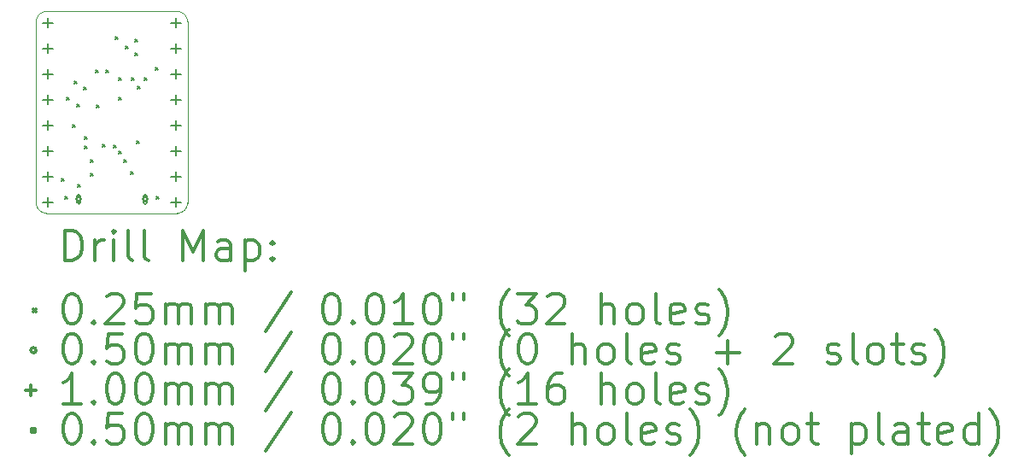
<source format=gbr>
%FSLAX45Y45*%
G04 Gerber Fmt 4.5, Leading zero omitted, Abs format (unit mm)*
G04 Created by KiCad (PCBNEW 5.99.0-unknown-c3175b4~86~ubuntu16.04.1) date 2020-03-23 02:21:19*
%MOMM*%
%LPD*%
G04 APERTURE LIST*
%ADD10C,0.050000*%
%ADD11C,0.200000*%
%ADD12C,0.300000*%
G04 APERTURE END LIST*
D10*
X15750000Y-10900000D02*
G75*
G02X15650000Y-11000000I-100000J0D01*
G01*
X14350000Y-11000000D02*
G75*
G02X14250000Y-10900000I0J100000D01*
G01*
X14250000Y-9100000D02*
G75*
G02X14350000Y-9000000I100000J0D01*
G01*
X15650000Y-9000000D02*
G75*
G02X15750000Y-9100000I0J-100000D01*
G01*
X14350000Y-11000000D02*
X15650000Y-11000000D01*
X14250000Y-9100000D02*
X14250000Y-10900000D01*
X15650000Y-9000000D02*
X14350000Y-9000000D01*
X15750000Y-10900000D02*
X15750000Y-9100000D01*
D11*
X14497300Y-10657300D02*
X14522700Y-10682700D01*
X14522700Y-10657300D02*
X14497300Y-10682700D01*
X14537300Y-10837300D02*
X14562700Y-10862700D01*
X14562700Y-10837300D02*
X14537300Y-10862700D01*
X14547300Y-9847300D02*
X14572700Y-9872700D01*
X14572700Y-9847300D02*
X14547300Y-9872700D01*
X14610201Y-10125481D02*
X14635601Y-10150881D01*
X14635601Y-10125481D02*
X14610201Y-10150881D01*
X14627300Y-9687300D02*
X14652700Y-9712700D01*
X14652700Y-9687300D02*
X14627300Y-9712700D01*
X14651801Y-9917300D02*
X14677201Y-9942700D01*
X14677201Y-9917300D02*
X14651801Y-9942700D01*
X14657300Y-10717300D02*
X14682700Y-10742700D01*
X14682700Y-10717300D02*
X14657300Y-10742700D01*
X14717300Y-9747300D02*
X14742700Y-9772700D01*
X14742700Y-9747300D02*
X14717300Y-9772700D01*
X14727300Y-10237300D02*
X14752700Y-10262700D01*
X14752700Y-10237300D02*
X14727300Y-10262700D01*
X14727300Y-10337300D02*
X14752700Y-10362700D01*
X14752700Y-10337300D02*
X14727300Y-10362700D01*
X14787300Y-10467300D02*
X14812700Y-10492700D01*
X14812700Y-10467300D02*
X14787300Y-10492700D01*
X14787300Y-10607300D02*
X14812700Y-10632700D01*
X14812700Y-10607300D02*
X14787300Y-10632700D01*
X14837300Y-9577300D02*
X14862700Y-9602700D01*
X14862700Y-9577300D02*
X14837300Y-9602700D01*
X14847300Y-9927300D02*
X14872700Y-9952700D01*
X14872700Y-9927300D02*
X14847300Y-9952700D01*
X14907300Y-10317300D02*
X14932700Y-10342700D01*
X14932700Y-10317300D02*
X14907300Y-10342700D01*
X14937300Y-9577300D02*
X14962700Y-9602700D01*
X14962700Y-9577300D02*
X14937300Y-9602700D01*
X15017300Y-10327300D02*
X15042700Y-10352700D01*
X15042700Y-10327300D02*
X15017300Y-10352700D01*
X15037300Y-9253221D02*
X15062700Y-9278621D01*
X15062700Y-9253221D02*
X15037300Y-9278621D01*
X15066899Y-9657300D02*
X15092299Y-9682700D01*
X15092299Y-9657300D02*
X15066899Y-9682700D01*
X15067300Y-9847300D02*
X15092700Y-9872700D01*
X15092700Y-9847300D02*
X15067300Y-9872700D01*
X15067300Y-10387300D02*
X15092700Y-10412700D01*
X15092700Y-10387300D02*
X15067300Y-10412700D01*
X15117300Y-10467300D02*
X15142700Y-10492700D01*
X15142700Y-10467300D02*
X15117300Y-10492700D01*
X15137300Y-9347300D02*
X15162700Y-9372700D01*
X15162700Y-9347300D02*
X15137300Y-9372700D01*
X15187300Y-10587300D02*
X15212700Y-10612700D01*
X15212700Y-10587300D02*
X15187300Y-10612700D01*
X15197300Y-9657300D02*
X15222700Y-9682700D01*
X15222700Y-9657300D02*
X15197300Y-9682700D01*
X15227300Y-9277300D02*
X15252700Y-9302700D01*
X15252700Y-9277300D02*
X15227300Y-9302700D01*
X15227300Y-9407300D02*
X15252700Y-9432700D01*
X15252700Y-9407300D02*
X15227300Y-9432700D01*
X15247300Y-10287300D02*
X15272700Y-10312700D01*
X15272700Y-10287300D02*
X15247300Y-10312700D01*
X15254572Y-9744572D02*
X15279972Y-9769972D01*
X15279972Y-9744572D02*
X15254572Y-9769972D01*
X15317300Y-9657300D02*
X15342700Y-9682700D01*
X15342700Y-9657300D02*
X15317300Y-9682700D01*
X15427300Y-9557300D02*
X15452700Y-9582700D01*
X15452700Y-9557300D02*
X15427300Y-9582700D01*
X15437300Y-10837300D02*
X15462700Y-10862700D01*
X15462700Y-10837300D02*
X15437300Y-10862700D01*
X14695000Y-10860000D02*
G75*
G03X14695000Y-10860000I-25000J0D01*
G01*
X14655000Y-10825000D02*
X14655000Y-10895000D01*
X14685000Y-10825000D02*
X14685000Y-10895000D01*
X14655000Y-10895000D02*
G75*
G03X14685000Y-10895000I15000J0D01*
G01*
X14685000Y-10825000D02*
G75*
G03X14655000Y-10825000I-15000J0D01*
G01*
X15355000Y-10860000D02*
G75*
G03X15355000Y-10860000I-25000J0D01*
G01*
X15315000Y-10825000D02*
X15315000Y-10895000D01*
X15345000Y-10825000D02*
X15345000Y-10895000D01*
X15315000Y-10895000D02*
G75*
G03X15345000Y-10895000I15000J0D01*
G01*
X15345000Y-10825000D02*
G75*
G03X15315000Y-10825000I-15000J0D01*
G01*
X14365000Y-9061000D02*
X14365000Y-9161000D01*
X14315000Y-9111000D02*
X14415000Y-9111000D01*
X14365000Y-9315000D02*
X14365000Y-9415000D01*
X14315000Y-9365000D02*
X14415000Y-9365000D01*
X14365000Y-9569000D02*
X14365000Y-9669000D01*
X14315000Y-9619000D02*
X14415000Y-9619000D01*
X14365000Y-9823000D02*
X14365000Y-9923000D01*
X14315000Y-9873000D02*
X14415000Y-9873000D01*
X14365000Y-10077000D02*
X14365000Y-10177000D01*
X14315000Y-10127000D02*
X14415000Y-10127000D01*
X14365000Y-10331000D02*
X14365000Y-10431000D01*
X14315000Y-10381000D02*
X14415000Y-10381000D01*
X14365000Y-10585000D02*
X14365000Y-10685000D01*
X14315000Y-10635000D02*
X14415000Y-10635000D01*
X14365000Y-10839000D02*
X14365000Y-10939000D01*
X14315000Y-10889000D02*
X14415000Y-10889000D01*
X15635000Y-9061000D02*
X15635000Y-9161000D01*
X15585000Y-9111000D02*
X15685000Y-9111000D01*
X15635000Y-9315000D02*
X15635000Y-9415000D01*
X15585000Y-9365000D02*
X15685000Y-9365000D01*
X15635000Y-9569000D02*
X15635000Y-9669000D01*
X15585000Y-9619000D02*
X15685000Y-9619000D01*
X15635000Y-9823000D02*
X15635000Y-9923000D01*
X15585000Y-9873000D02*
X15685000Y-9873000D01*
X15635000Y-10077000D02*
X15635000Y-10177000D01*
X15585000Y-10127000D02*
X15685000Y-10127000D01*
X15635000Y-10331000D02*
X15635000Y-10431000D01*
X15585000Y-10381000D02*
X15685000Y-10381000D01*
X15635000Y-10585000D02*
X15635000Y-10685000D01*
X15585000Y-10635000D02*
X15685000Y-10635000D01*
X15635000Y-10839000D02*
X15635000Y-10939000D01*
X15585000Y-10889000D02*
X15685000Y-10889000D01*
X14687678Y-10877678D02*
X14687678Y-10842322D01*
X14652322Y-10842322D01*
X14652322Y-10877678D01*
X14687678Y-10877678D01*
X15347678Y-10877678D02*
X15347678Y-10842322D01*
X15312322Y-10842322D01*
X15312322Y-10877678D01*
X15347678Y-10877678D01*
D12*
X14533928Y-11468214D02*
X14533928Y-11168214D01*
X14605357Y-11168214D01*
X14648214Y-11182500D01*
X14676786Y-11211071D01*
X14691071Y-11239643D01*
X14705357Y-11296786D01*
X14705357Y-11339643D01*
X14691071Y-11396786D01*
X14676786Y-11425357D01*
X14648214Y-11453929D01*
X14605357Y-11468214D01*
X14533928Y-11468214D01*
X14833928Y-11468214D02*
X14833928Y-11268214D01*
X14833928Y-11325357D02*
X14848214Y-11296786D01*
X14862500Y-11282500D01*
X14891071Y-11268214D01*
X14919643Y-11268214D01*
X15019643Y-11468214D02*
X15019643Y-11268214D01*
X15019643Y-11168214D02*
X15005357Y-11182500D01*
X15019643Y-11196786D01*
X15033928Y-11182500D01*
X15019643Y-11168214D01*
X15019643Y-11196786D01*
X15205357Y-11468214D02*
X15176786Y-11453929D01*
X15162500Y-11425357D01*
X15162500Y-11168214D01*
X15362500Y-11468214D02*
X15333928Y-11453929D01*
X15319643Y-11425357D01*
X15319643Y-11168214D01*
X15705357Y-11468214D02*
X15705357Y-11168214D01*
X15805357Y-11382500D01*
X15905357Y-11168214D01*
X15905357Y-11468214D01*
X16176786Y-11468214D02*
X16176786Y-11311071D01*
X16162500Y-11282500D01*
X16133928Y-11268214D01*
X16076786Y-11268214D01*
X16048214Y-11282500D01*
X16176786Y-11453929D02*
X16148214Y-11468214D01*
X16076786Y-11468214D01*
X16048214Y-11453929D01*
X16033928Y-11425357D01*
X16033928Y-11396786D01*
X16048214Y-11368214D01*
X16076786Y-11353929D01*
X16148214Y-11353929D01*
X16176786Y-11339643D01*
X16319643Y-11268214D02*
X16319643Y-11568214D01*
X16319643Y-11282500D02*
X16348214Y-11268214D01*
X16405357Y-11268214D01*
X16433928Y-11282500D01*
X16448214Y-11296786D01*
X16462500Y-11325357D01*
X16462500Y-11411071D01*
X16448214Y-11439643D01*
X16433928Y-11453929D01*
X16405357Y-11468214D01*
X16348214Y-11468214D01*
X16319643Y-11453929D01*
X16591071Y-11439643D02*
X16605357Y-11453929D01*
X16591071Y-11468214D01*
X16576786Y-11453929D01*
X16591071Y-11439643D01*
X16591071Y-11468214D01*
X16591071Y-11282500D02*
X16605357Y-11296786D01*
X16591071Y-11311071D01*
X16576786Y-11296786D01*
X16591071Y-11282500D01*
X16591071Y-11311071D01*
X14222100Y-11949800D02*
X14247500Y-11975200D01*
X14247500Y-11949800D02*
X14222100Y-11975200D01*
X14591071Y-11798214D02*
X14619643Y-11798214D01*
X14648214Y-11812500D01*
X14662500Y-11826786D01*
X14676786Y-11855357D01*
X14691071Y-11912500D01*
X14691071Y-11983929D01*
X14676786Y-12041071D01*
X14662500Y-12069643D01*
X14648214Y-12083929D01*
X14619643Y-12098214D01*
X14591071Y-12098214D01*
X14562500Y-12083929D01*
X14548214Y-12069643D01*
X14533928Y-12041071D01*
X14519643Y-11983929D01*
X14519643Y-11912500D01*
X14533928Y-11855357D01*
X14548214Y-11826786D01*
X14562500Y-11812500D01*
X14591071Y-11798214D01*
X14819643Y-12069643D02*
X14833928Y-12083929D01*
X14819643Y-12098214D01*
X14805357Y-12083929D01*
X14819643Y-12069643D01*
X14819643Y-12098214D01*
X14948214Y-11826786D02*
X14962500Y-11812500D01*
X14991071Y-11798214D01*
X15062500Y-11798214D01*
X15091071Y-11812500D01*
X15105357Y-11826786D01*
X15119643Y-11855357D01*
X15119643Y-11883929D01*
X15105357Y-11926786D01*
X14933928Y-12098214D01*
X15119643Y-12098214D01*
X15391071Y-11798214D02*
X15248214Y-11798214D01*
X15233928Y-11941071D01*
X15248214Y-11926786D01*
X15276786Y-11912500D01*
X15348214Y-11912500D01*
X15376786Y-11926786D01*
X15391071Y-11941071D01*
X15405357Y-11969643D01*
X15405357Y-12041071D01*
X15391071Y-12069643D01*
X15376786Y-12083929D01*
X15348214Y-12098214D01*
X15276786Y-12098214D01*
X15248214Y-12083929D01*
X15233928Y-12069643D01*
X15533928Y-12098214D02*
X15533928Y-11898214D01*
X15533928Y-11926786D02*
X15548214Y-11912500D01*
X15576786Y-11898214D01*
X15619643Y-11898214D01*
X15648214Y-11912500D01*
X15662500Y-11941071D01*
X15662500Y-12098214D01*
X15662500Y-11941071D02*
X15676786Y-11912500D01*
X15705357Y-11898214D01*
X15748214Y-11898214D01*
X15776786Y-11912500D01*
X15791071Y-11941071D01*
X15791071Y-12098214D01*
X15933928Y-12098214D02*
X15933928Y-11898214D01*
X15933928Y-11926786D02*
X15948214Y-11912500D01*
X15976786Y-11898214D01*
X16019643Y-11898214D01*
X16048214Y-11912500D01*
X16062500Y-11941071D01*
X16062500Y-12098214D01*
X16062500Y-11941071D02*
X16076786Y-11912500D01*
X16105357Y-11898214D01*
X16148214Y-11898214D01*
X16176786Y-11912500D01*
X16191071Y-11941071D01*
X16191071Y-12098214D01*
X16776786Y-11783929D02*
X16519643Y-12169643D01*
X17162500Y-11798214D02*
X17191071Y-11798214D01*
X17219643Y-11812500D01*
X17233928Y-11826786D01*
X17248214Y-11855357D01*
X17262500Y-11912500D01*
X17262500Y-11983929D01*
X17248214Y-12041071D01*
X17233928Y-12069643D01*
X17219643Y-12083929D01*
X17191071Y-12098214D01*
X17162500Y-12098214D01*
X17133928Y-12083929D01*
X17119643Y-12069643D01*
X17105357Y-12041071D01*
X17091071Y-11983929D01*
X17091071Y-11912500D01*
X17105357Y-11855357D01*
X17119643Y-11826786D01*
X17133928Y-11812500D01*
X17162500Y-11798214D01*
X17391071Y-12069643D02*
X17405357Y-12083929D01*
X17391071Y-12098214D01*
X17376786Y-12083929D01*
X17391071Y-12069643D01*
X17391071Y-12098214D01*
X17591071Y-11798214D02*
X17619643Y-11798214D01*
X17648214Y-11812500D01*
X17662500Y-11826786D01*
X17676786Y-11855357D01*
X17691071Y-11912500D01*
X17691071Y-11983929D01*
X17676786Y-12041071D01*
X17662500Y-12069643D01*
X17648214Y-12083929D01*
X17619643Y-12098214D01*
X17591071Y-12098214D01*
X17562500Y-12083929D01*
X17548214Y-12069643D01*
X17533928Y-12041071D01*
X17519643Y-11983929D01*
X17519643Y-11912500D01*
X17533928Y-11855357D01*
X17548214Y-11826786D01*
X17562500Y-11812500D01*
X17591071Y-11798214D01*
X17976786Y-12098214D02*
X17805357Y-12098214D01*
X17891071Y-12098214D02*
X17891071Y-11798214D01*
X17862500Y-11841071D01*
X17833928Y-11869643D01*
X17805357Y-11883929D01*
X18162500Y-11798214D02*
X18191071Y-11798214D01*
X18219643Y-11812500D01*
X18233928Y-11826786D01*
X18248214Y-11855357D01*
X18262500Y-11912500D01*
X18262500Y-11983929D01*
X18248214Y-12041071D01*
X18233928Y-12069643D01*
X18219643Y-12083929D01*
X18191071Y-12098214D01*
X18162500Y-12098214D01*
X18133928Y-12083929D01*
X18119643Y-12069643D01*
X18105357Y-12041071D01*
X18091071Y-11983929D01*
X18091071Y-11912500D01*
X18105357Y-11855357D01*
X18119643Y-11826786D01*
X18133928Y-11812500D01*
X18162500Y-11798214D01*
X18376786Y-11798214D02*
X18376786Y-11855357D01*
X18491071Y-11798214D02*
X18491071Y-11855357D01*
X18933928Y-12212500D02*
X18919643Y-12198214D01*
X18891071Y-12155357D01*
X18876786Y-12126786D01*
X18862500Y-12083929D01*
X18848214Y-12012500D01*
X18848214Y-11955357D01*
X18862500Y-11883929D01*
X18876786Y-11841071D01*
X18891071Y-11812500D01*
X18919643Y-11769643D01*
X18933928Y-11755357D01*
X19019643Y-11798214D02*
X19205357Y-11798214D01*
X19105357Y-11912500D01*
X19148214Y-11912500D01*
X19176786Y-11926786D01*
X19191071Y-11941071D01*
X19205357Y-11969643D01*
X19205357Y-12041071D01*
X19191071Y-12069643D01*
X19176786Y-12083929D01*
X19148214Y-12098214D01*
X19062500Y-12098214D01*
X19033928Y-12083929D01*
X19019643Y-12069643D01*
X19319643Y-11826786D02*
X19333928Y-11812500D01*
X19362500Y-11798214D01*
X19433928Y-11798214D01*
X19462500Y-11812500D01*
X19476786Y-11826786D01*
X19491071Y-11855357D01*
X19491071Y-11883929D01*
X19476786Y-11926786D01*
X19305357Y-12098214D01*
X19491071Y-12098214D01*
X19848214Y-12098214D02*
X19848214Y-11798214D01*
X19976786Y-12098214D02*
X19976786Y-11941071D01*
X19962500Y-11912500D01*
X19933928Y-11898214D01*
X19891071Y-11898214D01*
X19862500Y-11912500D01*
X19848214Y-11926786D01*
X20162500Y-12098214D02*
X20133928Y-12083929D01*
X20119643Y-12069643D01*
X20105357Y-12041071D01*
X20105357Y-11955357D01*
X20119643Y-11926786D01*
X20133928Y-11912500D01*
X20162500Y-11898214D01*
X20205357Y-11898214D01*
X20233928Y-11912500D01*
X20248214Y-11926786D01*
X20262500Y-11955357D01*
X20262500Y-12041071D01*
X20248214Y-12069643D01*
X20233928Y-12083929D01*
X20205357Y-12098214D01*
X20162500Y-12098214D01*
X20433928Y-12098214D02*
X20405357Y-12083929D01*
X20391071Y-12055357D01*
X20391071Y-11798214D01*
X20662500Y-12083929D02*
X20633928Y-12098214D01*
X20576786Y-12098214D01*
X20548214Y-12083929D01*
X20533928Y-12055357D01*
X20533928Y-11941071D01*
X20548214Y-11912500D01*
X20576786Y-11898214D01*
X20633928Y-11898214D01*
X20662500Y-11912500D01*
X20676786Y-11941071D01*
X20676786Y-11969643D01*
X20533928Y-11998214D01*
X20791071Y-12083929D02*
X20819643Y-12098214D01*
X20876786Y-12098214D01*
X20905357Y-12083929D01*
X20919643Y-12055357D01*
X20919643Y-12041071D01*
X20905357Y-12012500D01*
X20876786Y-11998214D01*
X20833928Y-11998214D01*
X20805357Y-11983929D01*
X20791071Y-11955357D01*
X20791071Y-11941071D01*
X20805357Y-11912500D01*
X20833928Y-11898214D01*
X20876786Y-11898214D01*
X20905357Y-11912500D01*
X21019643Y-12212500D02*
X21033928Y-12198214D01*
X21062500Y-12155357D01*
X21076786Y-12126786D01*
X21091071Y-12083929D01*
X21105357Y-12012500D01*
X21105357Y-11955357D01*
X21091071Y-11883929D01*
X21076786Y-11841071D01*
X21062500Y-11812500D01*
X21033928Y-11769643D01*
X21019643Y-11755357D01*
X14247500Y-12358500D02*
G75*
G03X14247500Y-12358500I-25000J0D01*
G01*
X14591071Y-12194214D02*
X14619643Y-12194214D01*
X14648214Y-12208500D01*
X14662500Y-12222786D01*
X14676786Y-12251357D01*
X14691071Y-12308500D01*
X14691071Y-12379929D01*
X14676786Y-12437071D01*
X14662500Y-12465643D01*
X14648214Y-12479929D01*
X14619643Y-12494214D01*
X14591071Y-12494214D01*
X14562500Y-12479929D01*
X14548214Y-12465643D01*
X14533928Y-12437071D01*
X14519643Y-12379929D01*
X14519643Y-12308500D01*
X14533928Y-12251357D01*
X14548214Y-12222786D01*
X14562500Y-12208500D01*
X14591071Y-12194214D01*
X14819643Y-12465643D02*
X14833928Y-12479929D01*
X14819643Y-12494214D01*
X14805357Y-12479929D01*
X14819643Y-12465643D01*
X14819643Y-12494214D01*
X15105357Y-12194214D02*
X14962500Y-12194214D01*
X14948214Y-12337071D01*
X14962500Y-12322786D01*
X14991071Y-12308500D01*
X15062500Y-12308500D01*
X15091071Y-12322786D01*
X15105357Y-12337071D01*
X15119643Y-12365643D01*
X15119643Y-12437071D01*
X15105357Y-12465643D01*
X15091071Y-12479929D01*
X15062500Y-12494214D01*
X14991071Y-12494214D01*
X14962500Y-12479929D01*
X14948214Y-12465643D01*
X15305357Y-12194214D02*
X15333928Y-12194214D01*
X15362500Y-12208500D01*
X15376786Y-12222786D01*
X15391071Y-12251357D01*
X15405357Y-12308500D01*
X15405357Y-12379929D01*
X15391071Y-12437071D01*
X15376786Y-12465643D01*
X15362500Y-12479929D01*
X15333928Y-12494214D01*
X15305357Y-12494214D01*
X15276786Y-12479929D01*
X15262500Y-12465643D01*
X15248214Y-12437071D01*
X15233928Y-12379929D01*
X15233928Y-12308500D01*
X15248214Y-12251357D01*
X15262500Y-12222786D01*
X15276786Y-12208500D01*
X15305357Y-12194214D01*
X15533928Y-12494214D02*
X15533928Y-12294214D01*
X15533928Y-12322786D02*
X15548214Y-12308500D01*
X15576786Y-12294214D01*
X15619643Y-12294214D01*
X15648214Y-12308500D01*
X15662500Y-12337071D01*
X15662500Y-12494214D01*
X15662500Y-12337071D02*
X15676786Y-12308500D01*
X15705357Y-12294214D01*
X15748214Y-12294214D01*
X15776786Y-12308500D01*
X15791071Y-12337071D01*
X15791071Y-12494214D01*
X15933928Y-12494214D02*
X15933928Y-12294214D01*
X15933928Y-12322786D02*
X15948214Y-12308500D01*
X15976786Y-12294214D01*
X16019643Y-12294214D01*
X16048214Y-12308500D01*
X16062500Y-12337071D01*
X16062500Y-12494214D01*
X16062500Y-12337071D02*
X16076786Y-12308500D01*
X16105357Y-12294214D01*
X16148214Y-12294214D01*
X16176786Y-12308500D01*
X16191071Y-12337071D01*
X16191071Y-12494214D01*
X16776786Y-12179929D02*
X16519643Y-12565643D01*
X17162500Y-12194214D02*
X17191071Y-12194214D01*
X17219643Y-12208500D01*
X17233928Y-12222786D01*
X17248214Y-12251357D01*
X17262500Y-12308500D01*
X17262500Y-12379929D01*
X17248214Y-12437071D01*
X17233928Y-12465643D01*
X17219643Y-12479929D01*
X17191071Y-12494214D01*
X17162500Y-12494214D01*
X17133928Y-12479929D01*
X17119643Y-12465643D01*
X17105357Y-12437071D01*
X17091071Y-12379929D01*
X17091071Y-12308500D01*
X17105357Y-12251357D01*
X17119643Y-12222786D01*
X17133928Y-12208500D01*
X17162500Y-12194214D01*
X17391071Y-12465643D02*
X17405357Y-12479929D01*
X17391071Y-12494214D01*
X17376786Y-12479929D01*
X17391071Y-12465643D01*
X17391071Y-12494214D01*
X17591071Y-12194214D02*
X17619643Y-12194214D01*
X17648214Y-12208500D01*
X17662500Y-12222786D01*
X17676786Y-12251357D01*
X17691071Y-12308500D01*
X17691071Y-12379929D01*
X17676786Y-12437071D01*
X17662500Y-12465643D01*
X17648214Y-12479929D01*
X17619643Y-12494214D01*
X17591071Y-12494214D01*
X17562500Y-12479929D01*
X17548214Y-12465643D01*
X17533928Y-12437071D01*
X17519643Y-12379929D01*
X17519643Y-12308500D01*
X17533928Y-12251357D01*
X17548214Y-12222786D01*
X17562500Y-12208500D01*
X17591071Y-12194214D01*
X17805357Y-12222786D02*
X17819643Y-12208500D01*
X17848214Y-12194214D01*
X17919643Y-12194214D01*
X17948214Y-12208500D01*
X17962500Y-12222786D01*
X17976786Y-12251357D01*
X17976786Y-12279929D01*
X17962500Y-12322786D01*
X17791071Y-12494214D01*
X17976786Y-12494214D01*
X18162500Y-12194214D02*
X18191071Y-12194214D01*
X18219643Y-12208500D01*
X18233928Y-12222786D01*
X18248214Y-12251357D01*
X18262500Y-12308500D01*
X18262500Y-12379929D01*
X18248214Y-12437071D01*
X18233928Y-12465643D01*
X18219643Y-12479929D01*
X18191071Y-12494214D01*
X18162500Y-12494214D01*
X18133928Y-12479929D01*
X18119643Y-12465643D01*
X18105357Y-12437071D01*
X18091071Y-12379929D01*
X18091071Y-12308500D01*
X18105357Y-12251357D01*
X18119643Y-12222786D01*
X18133928Y-12208500D01*
X18162500Y-12194214D01*
X18376786Y-12194214D02*
X18376786Y-12251357D01*
X18491071Y-12194214D02*
X18491071Y-12251357D01*
X18933928Y-12608500D02*
X18919643Y-12594214D01*
X18891071Y-12551357D01*
X18876786Y-12522786D01*
X18862500Y-12479929D01*
X18848214Y-12408500D01*
X18848214Y-12351357D01*
X18862500Y-12279929D01*
X18876786Y-12237071D01*
X18891071Y-12208500D01*
X18919643Y-12165643D01*
X18933928Y-12151357D01*
X19105357Y-12194214D02*
X19133928Y-12194214D01*
X19162500Y-12208500D01*
X19176786Y-12222786D01*
X19191071Y-12251357D01*
X19205357Y-12308500D01*
X19205357Y-12379929D01*
X19191071Y-12437071D01*
X19176786Y-12465643D01*
X19162500Y-12479929D01*
X19133928Y-12494214D01*
X19105357Y-12494214D01*
X19076786Y-12479929D01*
X19062500Y-12465643D01*
X19048214Y-12437071D01*
X19033928Y-12379929D01*
X19033928Y-12308500D01*
X19048214Y-12251357D01*
X19062500Y-12222786D01*
X19076786Y-12208500D01*
X19105357Y-12194214D01*
X19562500Y-12494214D02*
X19562500Y-12194214D01*
X19691071Y-12494214D02*
X19691071Y-12337071D01*
X19676786Y-12308500D01*
X19648214Y-12294214D01*
X19605357Y-12294214D01*
X19576786Y-12308500D01*
X19562500Y-12322786D01*
X19876786Y-12494214D02*
X19848214Y-12479929D01*
X19833928Y-12465643D01*
X19819643Y-12437071D01*
X19819643Y-12351357D01*
X19833928Y-12322786D01*
X19848214Y-12308500D01*
X19876786Y-12294214D01*
X19919643Y-12294214D01*
X19948214Y-12308500D01*
X19962500Y-12322786D01*
X19976786Y-12351357D01*
X19976786Y-12437071D01*
X19962500Y-12465643D01*
X19948214Y-12479929D01*
X19919643Y-12494214D01*
X19876786Y-12494214D01*
X20148214Y-12494214D02*
X20119643Y-12479929D01*
X20105357Y-12451357D01*
X20105357Y-12194214D01*
X20376786Y-12479929D02*
X20348214Y-12494214D01*
X20291071Y-12494214D01*
X20262500Y-12479929D01*
X20248214Y-12451357D01*
X20248214Y-12337071D01*
X20262500Y-12308500D01*
X20291071Y-12294214D01*
X20348214Y-12294214D01*
X20376786Y-12308500D01*
X20391071Y-12337071D01*
X20391071Y-12365643D01*
X20248214Y-12394214D01*
X20505357Y-12479929D02*
X20533928Y-12494214D01*
X20591071Y-12494214D01*
X20619643Y-12479929D01*
X20633928Y-12451357D01*
X20633928Y-12437071D01*
X20619643Y-12408500D01*
X20591071Y-12394214D01*
X20548214Y-12394214D01*
X20519643Y-12379929D01*
X20505357Y-12351357D01*
X20505357Y-12337071D01*
X20519643Y-12308500D01*
X20548214Y-12294214D01*
X20591071Y-12294214D01*
X20619643Y-12308500D01*
X20991071Y-12379929D02*
X21219643Y-12379929D01*
X21105357Y-12494214D02*
X21105357Y-12265643D01*
X21576786Y-12222786D02*
X21591071Y-12208500D01*
X21619643Y-12194214D01*
X21691071Y-12194214D01*
X21719643Y-12208500D01*
X21733928Y-12222786D01*
X21748214Y-12251357D01*
X21748214Y-12279929D01*
X21733928Y-12322786D01*
X21562500Y-12494214D01*
X21748214Y-12494214D01*
X22091071Y-12479929D02*
X22119643Y-12494214D01*
X22176786Y-12494214D01*
X22205357Y-12479929D01*
X22219643Y-12451357D01*
X22219643Y-12437071D01*
X22205357Y-12408500D01*
X22176786Y-12394214D01*
X22133928Y-12394214D01*
X22105357Y-12379929D01*
X22091071Y-12351357D01*
X22091071Y-12337071D01*
X22105357Y-12308500D01*
X22133928Y-12294214D01*
X22176786Y-12294214D01*
X22205357Y-12308500D01*
X22391071Y-12494214D02*
X22362500Y-12479929D01*
X22348214Y-12451357D01*
X22348214Y-12194214D01*
X22548214Y-12494214D02*
X22519643Y-12479929D01*
X22505357Y-12465643D01*
X22491071Y-12437071D01*
X22491071Y-12351357D01*
X22505357Y-12322786D01*
X22519643Y-12308500D01*
X22548214Y-12294214D01*
X22591071Y-12294214D01*
X22619643Y-12308500D01*
X22633928Y-12322786D01*
X22648214Y-12351357D01*
X22648214Y-12437071D01*
X22633928Y-12465643D01*
X22619643Y-12479929D01*
X22591071Y-12494214D01*
X22548214Y-12494214D01*
X22733928Y-12294214D02*
X22848214Y-12294214D01*
X22776786Y-12194214D02*
X22776786Y-12451357D01*
X22791071Y-12479929D01*
X22819643Y-12494214D01*
X22848214Y-12494214D01*
X22933928Y-12479929D02*
X22962500Y-12494214D01*
X23019643Y-12494214D01*
X23048214Y-12479929D01*
X23062500Y-12451357D01*
X23062500Y-12437071D01*
X23048214Y-12408500D01*
X23019643Y-12394214D01*
X22976786Y-12394214D01*
X22948214Y-12379929D01*
X22933928Y-12351357D01*
X22933928Y-12337071D01*
X22948214Y-12308500D01*
X22976786Y-12294214D01*
X23019643Y-12294214D01*
X23048214Y-12308500D01*
X23162500Y-12608500D02*
X23176786Y-12594214D01*
X23205357Y-12551357D01*
X23219643Y-12522786D01*
X23233928Y-12479929D01*
X23248214Y-12408500D01*
X23248214Y-12351357D01*
X23233928Y-12279929D01*
X23219643Y-12237071D01*
X23205357Y-12208500D01*
X23176786Y-12165643D01*
X23162500Y-12151357D01*
X14197500Y-12704500D02*
X14197500Y-12804500D01*
X14147500Y-12754500D02*
X14247500Y-12754500D01*
X14691071Y-12890214D02*
X14519643Y-12890214D01*
X14605357Y-12890214D02*
X14605357Y-12590214D01*
X14576786Y-12633071D01*
X14548214Y-12661643D01*
X14519643Y-12675929D01*
X14819643Y-12861643D02*
X14833928Y-12875929D01*
X14819643Y-12890214D01*
X14805357Y-12875929D01*
X14819643Y-12861643D01*
X14819643Y-12890214D01*
X15019643Y-12590214D02*
X15048214Y-12590214D01*
X15076786Y-12604500D01*
X15091071Y-12618786D01*
X15105357Y-12647357D01*
X15119643Y-12704500D01*
X15119643Y-12775929D01*
X15105357Y-12833071D01*
X15091071Y-12861643D01*
X15076786Y-12875929D01*
X15048214Y-12890214D01*
X15019643Y-12890214D01*
X14991071Y-12875929D01*
X14976786Y-12861643D01*
X14962500Y-12833071D01*
X14948214Y-12775929D01*
X14948214Y-12704500D01*
X14962500Y-12647357D01*
X14976786Y-12618786D01*
X14991071Y-12604500D01*
X15019643Y-12590214D01*
X15305357Y-12590214D02*
X15333928Y-12590214D01*
X15362500Y-12604500D01*
X15376786Y-12618786D01*
X15391071Y-12647357D01*
X15405357Y-12704500D01*
X15405357Y-12775929D01*
X15391071Y-12833071D01*
X15376786Y-12861643D01*
X15362500Y-12875929D01*
X15333928Y-12890214D01*
X15305357Y-12890214D01*
X15276786Y-12875929D01*
X15262500Y-12861643D01*
X15248214Y-12833071D01*
X15233928Y-12775929D01*
X15233928Y-12704500D01*
X15248214Y-12647357D01*
X15262500Y-12618786D01*
X15276786Y-12604500D01*
X15305357Y-12590214D01*
X15533928Y-12890214D02*
X15533928Y-12690214D01*
X15533928Y-12718786D02*
X15548214Y-12704500D01*
X15576786Y-12690214D01*
X15619643Y-12690214D01*
X15648214Y-12704500D01*
X15662500Y-12733071D01*
X15662500Y-12890214D01*
X15662500Y-12733071D02*
X15676786Y-12704500D01*
X15705357Y-12690214D01*
X15748214Y-12690214D01*
X15776786Y-12704500D01*
X15791071Y-12733071D01*
X15791071Y-12890214D01*
X15933928Y-12890214D02*
X15933928Y-12690214D01*
X15933928Y-12718786D02*
X15948214Y-12704500D01*
X15976786Y-12690214D01*
X16019643Y-12690214D01*
X16048214Y-12704500D01*
X16062500Y-12733071D01*
X16062500Y-12890214D01*
X16062500Y-12733071D02*
X16076786Y-12704500D01*
X16105357Y-12690214D01*
X16148214Y-12690214D01*
X16176786Y-12704500D01*
X16191071Y-12733071D01*
X16191071Y-12890214D01*
X16776786Y-12575929D02*
X16519643Y-12961643D01*
X17162500Y-12590214D02*
X17191071Y-12590214D01*
X17219643Y-12604500D01*
X17233928Y-12618786D01*
X17248214Y-12647357D01*
X17262500Y-12704500D01*
X17262500Y-12775929D01*
X17248214Y-12833071D01*
X17233928Y-12861643D01*
X17219643Y-12875929D01*
X17191071Y-12890214D01*
X17162500Y-12890214D01*
X17133928Y-12875929D01*
X17119643Y-12861643D01*
X17105357Y-12833071D01*
X17091071Y-12775929D01*
X17091071Y-12704500D01*
X17105357Y-12647357D01*
X17119643Y-12618786D01*
X17133928Y-12604500D01*
X17162500Y-12590214D01*
X17391071Y-12861643D02*
X17405357Y-12875929D01*
X17391071Y-12890214D01*
X17376786Y-12875929D01*
X17391071Y-12861643D01*
X17391071Y-12890214D01*
X17591071Y-12590214D02*
X17619643Y-12590214D01*
X17648214Y-12604500D01*
X17662500Y-12618786D01*
X17676786Y-12647357D01*
X17691071Y-12704500D01*
X17691071Y-12775929D01*
X17676786Y-12833071D01*
X17662500Y-12861643D01*
X17648214Y-12875929D01*
X17619643Y-12890214D01*
X17591071Y-12890214D01*
X17562500Y-12875929D01*
X17548214Y-12861643D01*
X17533928Y-12833071D01*
X17519643Y-12775929D01*
X17519643Y-12704500D01*
X17533928Y-12647357D01*
X17548214Y-12618786D01*
X17562500Y-12604500D01*
X17591071Y-12590214D01*
X17791071Y-12590214D02*
X17976786Y-12590214D01*
X17876786Y-12704500D01*
X17919643Y-12704500D01*
X17948214Y-12718786D01*
X17962500Y-12733071D01*
X17976786Y-12761643D01*
X17976786Y-12833071D01*
X17962500Y-12861643D01*
X17948214Y-12875929D01*
X17919643Y-12890214D01*
X17833928Y-12890214D01*
X17805357Y-12875929D01*
X17791071Y-12861643D01*
X18119643Y-12890214D02*
X18176786Y-12890214D01*
X18205357Y-12875929D01*
X18219643Y-12861643D01*
X18248214Y-12818786D01*
X18262500Y-12761643D01*
X18262500Y-12647357D01*
X18248214Y-12618786D01*
X18233928Y-12604500D01*
X18205357Y-12590214D01*
X18148214Y-12590214D01*
X18119643Y-12604500D01*
X18105357Y-12618786D01*
X18091071Y-12647357D01*
X18091071Y-12718786D01*
X18105357Y-12747357D01*
X18119643Y-12761643D01*
X18148214Y-12775929D01*
X18205357Y-12775929D01*
X18233928Y-12761643D01*
X18248214Y-12747357D01*
X18262500Y-12718786D01*
X18376786Y-12590214D02*
X18376786Y-12647357D01*
X18491071Y-12590214D02*
X18491071Y-12647357D01*
X18933928Y-13004500D02*
X18919643Y-12990214D01*
X18891071Y-12947357D01*
X18876786Y-12918786D01*
X18862500Y-12875929D01*
X18848214Y-12804500D01*
X18848214Y-12747357D01*
X18862500Y-12675929D01*
X18876786Y-12633071D01*
X18891071Y-12604500D01*
X18919643Y-12561643D01*
X18933928Y-12547357D01*
X19205357Y-12890214D02*
X19033928Y-12890214D01*
X19119643Y-12890214D02*
X19119643Y-12590214D01*
X19091071Y-12633071D01*
X19062500Y-12661643D01*
X19033928Y-12675929D01*
X19462500Y-12590214D02*
X19405357Y-12590214D01*
X19376786Y-12604500D01*
X19362500Y-12618786D01*
X19333928Y-12661643D01*
X19319643Y-12718786D01*
X19319643Y-12833071D01*
X19333928Y-12861643D01*
X19348214Y-12875929D01*
X19376786Y-12890214D01*
X19433928Y-12890214D01*
X19462500Y-12875929D01*
X19476786Y-12861643D01*
X19491071Y-12833071D01*
X19491071Y-12761643D01*
X19476786Y-12733071D01*
X19462500Y-12718786D01*
X19433928Y-12704500D01*
X19376786Y-12704500D01*
X19348214Y-12718786D01*
X19333928Y-12733071D01*
X19319643Y-12761643D01*
X19848214Y-12890214D02*
X19848214Y-12590214D01*
X19976786Y-12890214D02*
X19976786Y-12733071D01*
X19962500Y-12704500D01*
X19933928Y-12690214D01*
X19891071Y-12690214D01*
X19862500Y-12704500D01*
X19848214Y-12718786D01*
X20162500Y-12890214D02*
X20133928Y-12875929D01*
X20119643Y-12861643D01*
X20105357Y-12833071D01*
X20105357Y-12747357D01*
X20119643Y-12718786D01*
X20133928Y-12704500D01*
X20162500Y-12690214D01*
X20205357Y-12690214D01*
X20233928Y-12704500D01*
X20248214Y-12718786D01*
X20262500Y-12747357D01*
X20262500Y-12833071D01*
X20248214Y-12861643D01*
X20233928Y-12875929D01*
X20205357Y-12890214D01*
X20162500Y-12890214D01*
X20433928Y-12890214D02*
X20405357Y-12875929D01*
X20391071Y-12847357D01*
X20391071Y-12590214D01*
X20662500Y-12875929D02*
X20633928Y-12890214D01*
X20576786Y-12890214D01*
X20548214Y-12875929D01*
X20533928Y-12847357D01*
X20533928Y-12733071D01*
X20548214Y-12704500D01*
X20576786Y-12690214D01*
X20633928Y-12690214D01*
X20662500Y-12704500D01*
X20676786Y-12733071D01*
X20676786Y-12761643D01*
X20533928Y-12790214D01*
X20791071Y-12875929D02*
X20819643Y-12890214D01*
X20876786Y-12890214D01*
X20905357Y-12875929D01*
X20919643Y-12847357D01*
X20919643Y-12833071D01*
X20905357Y-12804500D01*
X20876786Y-12790214D01*
X20833928Y-12790214D01*
X20805357Y-12775929D01*
X20791071Y-12747357D01*
X20791071Y-12733071D01*
X20805357Y-12704500D01*
X20833928Y-12690214D01*
X20876786Y-12690214D01*
X20905357Y-12704500D01*
X21019643Y-13004500D02*
X21033928Y-12990214D01*
X21062500Y-12947357D01*
X21076786Y-12918786D01*
X21091071Y-12875929D01*
X21105357Y-12804500D01*
X21105357Y-12747357D01*
X21091071Y-12675929D01*
X21076786Y-12633071D01*
X21062500Y-12604500D01*
X21033928Y-12561643D01*
X21019643Y-12547357D01*
X14240178Y-13168178D02*
X14240178Y-13132822D01*
X14204822Y-13132822D01*
X14204822Y-13168178D01*
X14240178Y-13168178D01*
X14591071Y-12986214D02*
X14619643Y-12986214D01*
X14648214Y-13000500D01*
X14662500Y-13014786D01*
X14676786Y-13043357D01*
X14691071Y-13100500D01*
X14691071Y-13171929D01*
X14676786Y-13229071D01*
X14662500Y-13257643D01*
X14648214Y-13271929D01*
X14619643Y-13286214D01*
X14591071Y-13286214D01*
X14562500Y-13271929D01*
X14548214Y-13257643D01*
X14533928Y-13229071D01*
X14519643Y-13171929D01*
X14519643Y-13100500D01*
X14533928Y-13043357D01*
X14548214Y-13014786D01*
X14562500Y-13000500D01*
X14591071Y-12986214D01*
X14819643Y-13257643D02*
X14833928Y-13271929D01*
X14819643Y-13286214D01*
X14805357Y-13271929D01*
X14819643Y-13257643D01*
X14819643Y-13286214D01*
X15105357Y-12986214D02*
X14962500Y-12986214D01*
X14948214Y-13129071D01*
X14962500Y-13114786D01*
X14991071Y-13100500D01*
X15062500Y-13100500D01*
X15091071Y-13114786D01*
X15105357Y-13129071D01*
X15119643Y-13157643D01*
X15119643Y-13229071D01*
X15105357Y-13257643D01*
X15091071Y-13271929D01*
X15062500Y-13286214D01*
X14991071Y-13286214D01*
X14962500Y-13271929D01*
X14948214Y-13257643D01*
X15305357Y-12986214D02*
X15333928Y-12986214D01*
X15362500Y-13000500D01*
X15376786Y-13014786D01*
X15391071Y-13043357D01*
X15405357Y-13100500D01*
X15405357Y-13171929D01*
X15391071Y-13229071D01*
X15376786Y-13257643D01*
X15362500Y-13271929D01*
X15333928Y-13286214D01*
X15305357Y-13286214D01*
X15276786Y-13271929D01*
X15262500Y-13257643D01*
X15248214Y-13229071D01*
X15233928Y-13171929D01*
X15233928Y-13100500D01*
X15248214Y-13043357D01*
X15262500Y-13014786D01*
X15276786Y-13000500D01*
X15305357Y-12986214D01*
X15533928Y-13286214D02*
X15533928Y-13086214D01*
X15533928Y-13114786D02*
X15548214Y-13100500D01*
X15576786Y-13086214D01*
X15619643Y-13086214D01*
X15648214Y-13100500D01*
X15662500Y-13129071D01*
X15662500Y-13286214D01*
X15662500Y-13129071D02*
X15676786Y-13100500D01*
X15705357Y-13086214D01*
X15748214Y-13086214D01*
X15776786Y-13100500D01*
X15791071Y-13129071D01*
X15791071Y-13286214D01*
X15933928Y-13286214D02*
X15933928Y-13086214D01*
X15933928Y-13114786D02*
X15948214Y-13100500D01*
X15976786Y-13086214D01*
X16019643Y-13086214D01*
X16048214Y-13100500D01*
X16062500Y-13129071D01*
X16062500Y-13286214D01*
X16062500Y-13129071D02*
X16076786Y-13100500D01*
X16105357Y-13086214D01*
X16148214Y-13086214D01*
X16176786Y-13100500D01*
X16191071Y-13129071D01*
X16191071Y-13286214D01*
X16776786Y-12971929D02*
X16519643Y-13357643D01*
X17162500Y-12986214D02*
X17191071Y-12986214D01*
X17219643Y-13000500D01*
X17233928Y-13014786D01*
X17248214Y-13043357D01*
X17262500Y-13100500D01*
X17262500Y-13171929D01*
X17248214Y-13229071D01*
X17233928Y-13257643D01*
X17219643Y-13271929D01*
X17191071Y-13286214D01*
X17162500Y-13286214D01*
X17133928Y-13271929D01*
X17119643Y-13257643D01*
X17105357Y-13229071D01*
X17091071Y-13171929D01*
X17091071Y-13100500D01*
X17105357Y-13043357D01*
X17119643Y-13014786D01*
X17133928Y-13000500D01*
X17162500Y-12986214D01*
X17391071Y-13257643D02*
X17405357Y-13271929D01*
X17391071Y-13286214D01*
X17376786Y-13271929D01*
X17391071Y-13257643D01*
X17391071Y-13286214D01*
X17591071Y-12986214D02*
X17619643Y-12986214D01*
X17648214Y-13000500D01*
X17662500Y-13014786D01*
X17676786Y-13043357D01*
X17691071Y-13100500D01*
X17691071Y-13171929D01*
X17676786Y-13229071D01*
X17662500Y-13257643D01*
X17648214Y-13271929D01*
X17619643Y-13286214D01*
X17591071Y-13286214D01*
X17562500Y-13271929D01*
X17548214Y-13257643D01*
X17533928Y-13229071D01*
X17519643Y-13171929D01*
X17519643Y-13100500D01*
X17533928Y-13043357D01*
X17548214Y-13014786D01*
X17562500Y-13000500D01*
X17591071Y-12986214D01*
X17805357Y-13014786D02*
X17819643Y-13000500D01*
X17848214Y-12986214D01*
X17919643Y-12986214D01*
X17948214Y-13000500D01*
X17962500Y-13014786D01*
X17976786Y-13043357D01*
X17976786Y-13071929D01*
X17962500Y-13114786D01*
X17791071Y-13286214D01*
X17976786Y-13286214D01*
X18162500Y-12986214D02*
X18191071Y-12986214D01*
X18219643Y-13000500D01*
X18233928Y-13014786D01*
X18248214Y-13043357D01*
X18262500Y-13100500D01*
X18262500Y-13171929D01*
X18248214Y-13229071D01*
X18233928Y-13257643D01*
X18219643Y-13271929D01*
X18191071Y-13286214D01*
X18162500Y-13286214D01*
X18133928Y-13271929D01*
X18119643Y-13257643D01*
X18105357Y-13229071D01*
X18091071Y-13171929D01*
X18091071Y-13100500D01*
X18105357Y-13043357D01*
X18119643Y-13014786D01*
X18133928Y-13000500D01*
X18162500Y-12986214D01*
X18376786Y-12986214D02*
X18376786Y-13043357D01*
X18491071Y-12986214D02*
X18491071Y-13043357D01*
X18933928Y-13400500D02*
X18919643Y-13386214D01*
X18891071Y-13343357D01*
X18876786Y-13314786D01*
X18862500Y-13271929D01*
X18848214Y-13200500D01*
X18848214Y-13143357D01*
X18862500Y-13071929D01*
X18876786Y-13029071D01*
X18891071Y-13000500D01*
X18919643Y-12957643D01*
X18933928Y-12943357D01*
X19033928Y-13014786D02*
X19048214Y-13000500D01*
X19076786Y-12986214D01*
X19148214Y-12986214D01*
X19176786Y-13000500D01*
X19191071Y-13014786D01*
X19205357Y-13043357D01*
X19205357Y-13071929D01*
X19191071Y-13114786D01*
X19019643Y-13286214D01*
X19205357Y-13286214D01*
X19562500Y-13286214D02*
X19562500Y-12986214D01*
X19691071Y-13286214D02*
X19691071Y-13129071D01*
X19676786Y-13100500D01*
X19648214Y-13086214D01*
X19605357Y-13086214D01*
X19576786Y-13100500D01*
X19562500Y-13114786D01*
X19876786Y-13286214D02*
X19848214Y-13271929D01*
X19833928Y-13257643D01*
X19819643Y-13229071D01*
X19819643Y-13143357D01*
X19833928Y-13114786D01*
X19848214Y-13100500D01*
X19876786Y-13086214D01*
X19919643Y-13086214D01*
X19948214Y-13100500D01*
X19962500Y-13114786D01*
X19976786Y-13143357D01*
X19976786Y-13229071D01*
X19962500Y-13257643D01*
X19948214Y-13271929D01*
X19919643Y-13286214D01*
X19876786Y-13286214D01*
X20148214Y-13286214D02*
X20119643Y-13271929D01*
X20105357Y-13243357D01*
X20105357Y-12986214D01*
X20376786Y-13271929D02*
X20348214Y-13286214D01*
X20291071Y-13286214D01*
X20262500Y-13271929D01*
X20248214Y-13243357D01*
X20248214Y-13129071D01*
X20262500Y-13100500D01*
X20291071Y-13086214D01*
X20348214Y-13086214D01*
X20376786Y-13100500D01*
X20391071Y-13129071D01*
X20391071Y-13157643D01*
X20248214Y-13186214D01*
X20505357Y-13271929D02*
X20533928Y-13286214D01*
X20591071Y-13286214D01*
X20619643Y-13271929D01*
X20633928Y-13243357D01*
X20633928Y-13229071D01*
X20619643Y-13200500D01*
X20591071Y-13186214D01*
X20548214Y-13186214D01*
X20519643Y-13171929D01*
X20505357Y-13143357D01*
X20505357Y-13129071D01*
X20519643Y-13100500D01*
X20548214Y-13086214D01*
X20591071Y-13086214D01*
X20619643Y-13100500D01*
X20733928Y-13400500D02*
X20748214Y-13386214D01*
X20776786Y-13343357D01*
X20791071Y-13314786D01*
X20805357Y-13271929D01*
X20819643Y-13200500D01*
X20819643Y-13143357D01*
X20805357Y-13071929D01*
X20791071Y-13029071D01*
X20776786Y-13000500D01*
X20748214Y-12957643D01*
X20733928Y-12943357D01*
X21276786Y-13400500D02*
X21262500Y-13386214D01*
X21233928Y-13343357D01*
X21219643Y-13314786D01*
X21205357Y-13271929D01*
X21191071Y-13200500D01*
X21191071Y-13143357D01*
X21205357Y-13071929D01*
X21219643Y-13029071D01*
X21233928Y-13000500D01*
X21262500Y-12957643D01*
X21276786Y-12943357D01*
X21391071Y-13086214D02*
X21391071Y-13286214D01*
X21391071Y-13114786D02*
X21405357Y-13100500D01*
X21433928Y-13086214D01*
X21476786Y-13086214D01*
X21505357Y-13100500D01*
X21519643Y-13129071D01*
X21519643Y-13286214D01*
X21705357Y-13286214D02*
X21676786Y-13271929D01*
X21662500Y-13257643D01*
X21648214Y-13229071D01*
X21648214Y-13143357D01*
X21662500Y-13114786D01*
X21676786Y-13100500D01*
X21705357Y-13086214D01*
X21748214Y-13086214D01*
X21776786Y-13100500D01*
X21791071Y-13114786D01*
X21805357Y-13143357D01*
X21805357Y-13229071D01*
X21791071Y-13257643D01*
X21776786Y-13271929D01*
X21748214Y-13286214D01*
X21705357Y-13286214D01*
X21891071Y-13086214D02*
X22005357Y-13086214D01*
X21933928Y-12986214D02*
X21933928Y-13243357D01*
X21948214Y-13271929D01*
X21976786Y-13286214D01*
X22005357Y-13286214D01*
X22333928Y-13086214D02*
X22333928Y-13386214D01*
X22333928Y-13100500D02*
X22362500Y-13086214D01*
X22419643Y-13086214D01*
X22448214Y-13100500D01*
X22462500Y-13114786D01*
X22476786Y-13143357D01*
X22476786Y-13229071D01*
X22462500Y-13257643D01*
X22448214Y-13271929D01*
X22419643Y-13286214D01*
X22362500Y-13286214D01*
X22333928Y-13271929D01*
X22648214Y-13286214D02*
X22619643Y-13271929D01*
X22605357Y-13243357D01*
X22605357Y-12986214D01*
X22891071Y-13286214D02*
X22891071Y-13129071D01*
X22876786Y-13100500D01*
X22848214Y-13086214D01*
X22791071Y-13086214D01*
X22762500Y-13100500D01*
X22891071Y-13271929D02*
X22862500Y-13286214D01*
X22791071Y-13286214D01*
X22762500Y-13271929D01*
X22748214Y-13243357D01*
X22748214Y-13214786D01*
X22762500Y-13186214D01*
X22791071Y-13171929D01*
X22862500Y-13171929D01*
X22891071Y-13157643D01*
X22991071Y-13086214D02*
X23105357Y-13086214D01*
X23033928Y-12986214D02*
X23033928Y-13243357D01*
X23048214Y-13271929D01*
X23076786Y-13286214D01*
X23105357Y-13286214D01*
X23319643Y-13271929D02*
X23291071Y-13286214D01*
X23233928Y-13286214D01*
X23205357Y-13271929D01*
X23191071Y-13243357D01*
X23191071Y-13129071D01*
X23205357Y-13100500D01*
X23233928Y-13086214D01*
X23291071Y-13086214D01*
X23319643Y-13100500D01*
X23333928Y-13129071D01*
X23333928Y-13157643D01*
X23191071Y-13186214D01*
X23591071Y-13286214D02*
X23591071Y-12986214D01*
X23591071Y-13271929D02*
X23562500Y-13286214D01*
X23505357Y-13286214D01*
X23476786Y-13271929D01*
X23462500Y-13257643D01*
X23448214Y-13229071D01*
X23448214Y-13143357D01*
X23462500Y-13114786D01*
X23476786Y-13100500D01*
X23505357Y-13086214D01*
X23562500Y-13086214D01*
X23591071Y-13100500D01*
X23705357Y-13400500D02*
X23719643Y-13386214D01*
X23748214Y-13343357D01*
X23762500Y-13314786D01*
X23776786Y-13271929D01*
X23791071Y-13200500D01*
X23791071Y-13143357D01*
X23776786Y-13071929D01*
X23762500Y-13029071D01*
X23748214Y-13000500D01*
X23719643Y-12957643D01*
X23705357Y-12943357D01*
M02*

</source>
